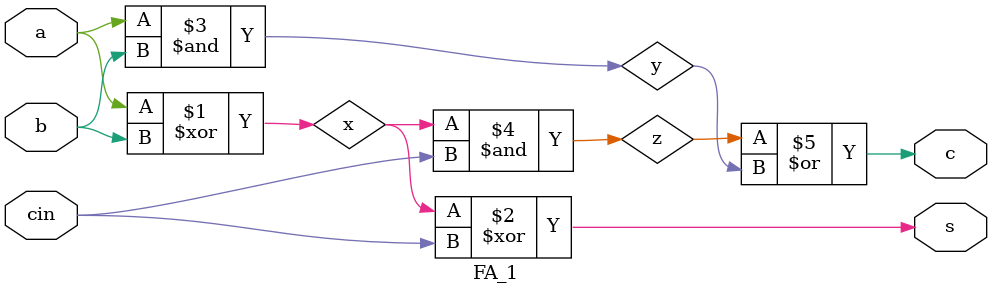
<source format=v>


module compres(sum,carry,cout,a,b,c,d,cin);
output sum,carry,cout;
input a,b,c,d,cin;
wire x;
FA_1 u1(.s(sum),.c(carry),.cin(cin),.a(a),.b(x));
FA_1 u2(.s(x),.c(cout),.cin(b),.a(c),.b(d));
endmodule

module FA_1(s,c,a,b,cin);
output s,c;
input a,b,cin;
wire x,y,z;
xor g1(x,a,b),g2(s,x,cin);
and g3(y,a,b),g4(z,x,cin);
or g5(c,z,y);
endmodule

</source>
